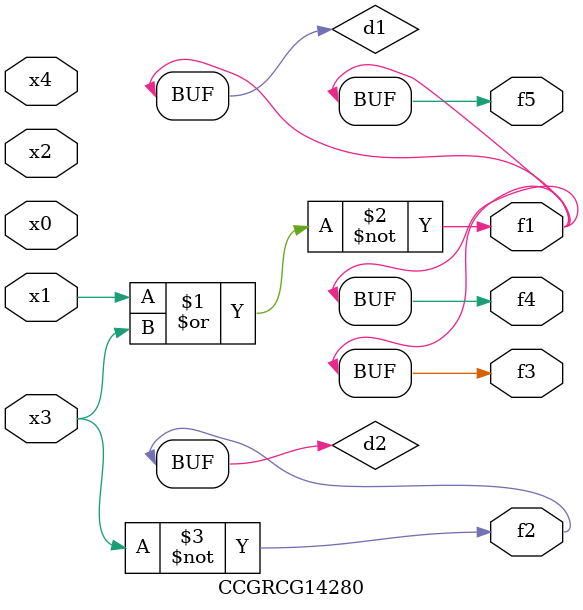
<source format=v>
module CCGRCG14280(
	input x0, x1, x2, x3, x4,
	output f1, f2, f3, f4, f5
);

	wire d1, d2;

	nor (d1, x1, x3);
	not (d2, x3);
	assign f1 = d1;
	assign f2 = d2;
	assign f3 = d1;
	assign f4 = d1;
	assign f5 = d1;
endmodule

</source>
